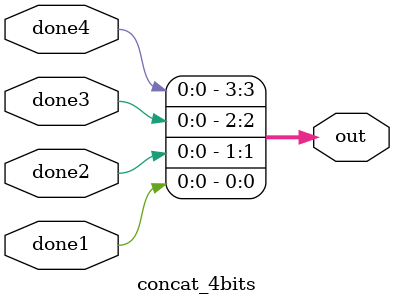
<source format=sv>
`timescale 1ns / 1ps


module concat_4bits (
    input logic done1,  // Entradas de los done
    input logic done2,  // de los registros del modulo recaman
    input logic done3,  
    input logic done4,  
    output logic [3:0] out  // Salida de 4 bits
);

    always_comb begin
        out[0] = done1; 
        out[1] = done2;  
        out[2] = done3; 
        out[3] = done4; 
    end

endmodule

</source>
